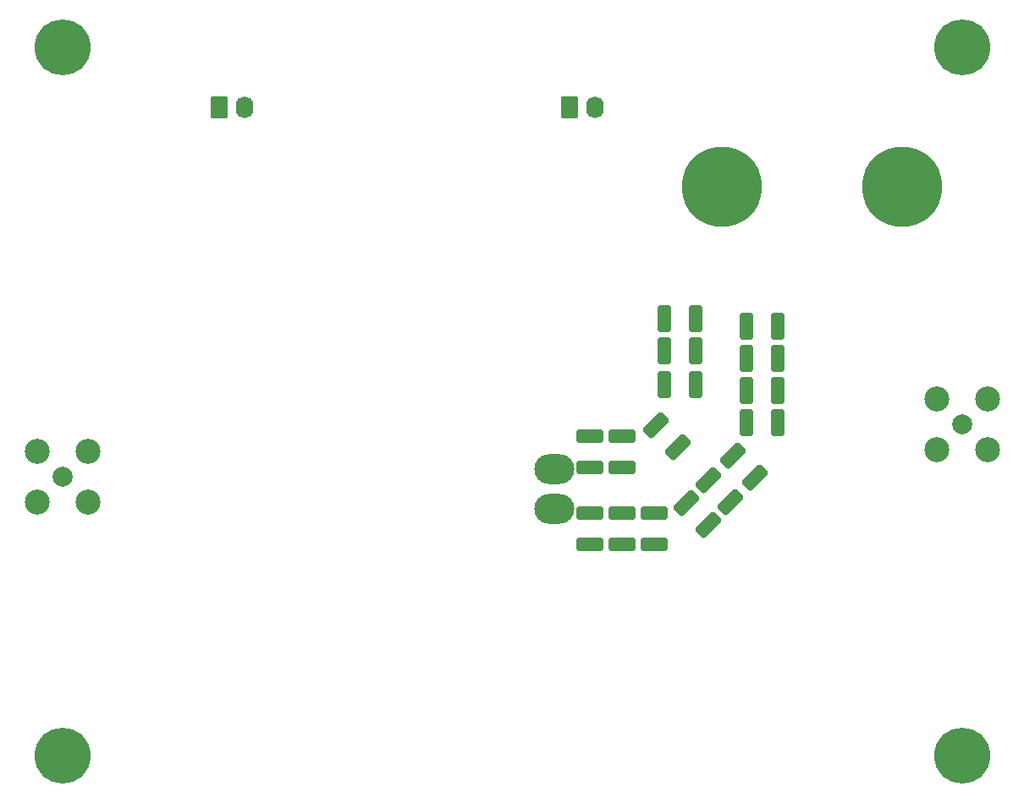
<source format=gbs>
G04 #@! TF.GenerationSoftware,KiCad,Pcbnew,(6.0.0)*
G04 #@! TF.CreationDate,2023-02-12T16:32:33+01:00*
G04 #@! TF.ProjectId,Ampli_0_5W,416d706c-695f-4305-9f35-572e6b696361,rev?*
G04 #@! TF.SameCoordinates,Original*
G04 #@! TF.FileFunction,Soldermask,Bot*
G04 #@! TF.FilePolarity,Negative*
%FSLAX46Y46*%
G04 Gerber Fmt 4.6, Leading zero omitted, Abs format (unit mm)*
G04 Created by KiCad (PCBNEW (6.0.0)) date 2023-02-12 16:32:33*
%MOMM*%
%LPD*%
G01*
G04 APERTURE LIST*
G04 Aperture macros list*
%AMRoundRect*
0 Rectangle with rounded corners*
0 $1 Rounding radius*
0 $2 $3 $4 $5 $6 $7 $8 $9 X,Y pos of 4 corners*
0 Add a 4 corners polygon primitive as box body*
4,1,4,$2,$3,$4,$5,$6,$7,$8,$9,$2,$3,0*
0 Add four circle primitives for the rounded corners*
1,1,$1+$1,$2,$3*
1,1,$1+$1,$4,$5*
1,1,$1+$1,$6,$7*
1,1,$1+$1,$8,$9*
0 Add four rect primitives between the rounded corners*
20,1,$1+$1,$2,$3,$4,$5,0*
20,1,$1+$1,$4,$5,$6,$7,0*
20,1,$1+$1,$6,$7,$8,$9,0*
20,1,$1+$1,$8,$9,$2,$3,0*%
G04 Aperture macros list end*
%ADD10C,5.600000*%
%ADD11C,8.000000*%
%ADD12RoundRect,0.250000X-0.620000X-0.845000X0.620000X-0.845000X0.620000X0.845000X-0.620000X0.845000X0*%
%ADD13O,1.740000X2.190000*%
%ADD14O,4.000000X3.000000*%
%ADD15C,1.998980*%
%ADD16C,2.499360*%
%ADD17RoundRect,0.250000X1.069499X0.486136X0.486136X1.069499X-1.069499X-0.486136X-0.486136X-1.069499X0*%
%ADD18RoundRect,0.250000X1.100000X-0.412500X1.100000X0.412500X-1.100000X0.412500X-1.100000X-0.412500X0*%
%ADD19RoundRect,0.250000X-1.100000X0.412500X-1.100000X-0.412500X1.100000X-0.412500X1.100000X0.412500X0*%
%ADD20RoundRect,0.250000X0.412500X1.100000X-0.412500X1.100000X-0.412500X-1.100000X0.412500X-1.100000X0*%
%ADD21RoundRect,0.250000X-0.412500X-1.100000X0.412500X-1.100000X0.412500X1.100000X-0.412500X1.100000X0*%
%ADD22RoundRect,0.250000X-1.069499X-0.486136X-0.486136X-1.069499X1.069499X0.486136X0.486136X1.069499X0*%
G04 APERTURE END LIST*
D10*
X85000000Y-35000000D03*
X85000000Y-106000000D03*
D11*
X169000000Y-49000000D03*
D10*
X175000000Y-106000000D03*
D12*
X100730000Y-41020000D03*
D13*
X103270000Y-41020000D03*
D11*
X151000000Y-49000000D03*
D10*
X175000000Y-35000000D03*
D14*
X134232500Y-81250000D03*
X134232500Y-77250000D03*
D12*
X135730000Y-41020000D03*
D13*
X138270000Y-41020000D03*
D15*
X85000000Y-78000000D03*
D16*
X82460000Y-75460000D03*
X87540000Y-75460000D03*
X82460000Y-80540000D03*
X87540000Y-80540000D03*
D15*
X175000000Y-72800000D03*
D16*
X172460000Y-75340000D03*
X172460000Y-70260000D03*
X177540000Y-70260000D03*
X177540000Y-75340000D03*
D17*
X149604854Y-82854854D03*
X147395146Y-80645146D03*
D18*
X144250000Y-84812500D03*
X144250000Y-81687500D03*
D19*
X141000000Y-73937500D03*
X141000000Y-77062500D03*
X137750000Y-73937500D03*
X137750000Y-77062500D03*
D20*
X156562500Y-72600000D03*
X153437500Y-72600000D03*
D21*
X145237500Y-62200000D03*
X148362500Y-62200000D03*
D18*
X141000000Y-84812500D03*
X141000000Y-81687500D03*
D20*
X156562500Y-66200000D03*
X153437500Y-66200000D03*
D18*
X137750000Y-84812500D03*
X137750000Y-81687500D03*
D17*
X154304854Y-78104854D03*
X152095146Y-75895146D03*
D21*
X145237500Y-68800000D03*
X148362500Y-68800000D03*
D20*
X156562500Y-69400000D03*
X153437500Y-69400000D03*
D22*
X144395146Y-72895146D03*
X146604854Y-75104854D03*
D21*
X145237500Y-65400000D03*
X148362500Y-65400000D03*
D20*
X156562500Y-63000000D03*
X153437500Y-63000000D03*
D17*
X151854854Y-80604854D03*
X149645146Y-78395146D03*
M02*

</source>
